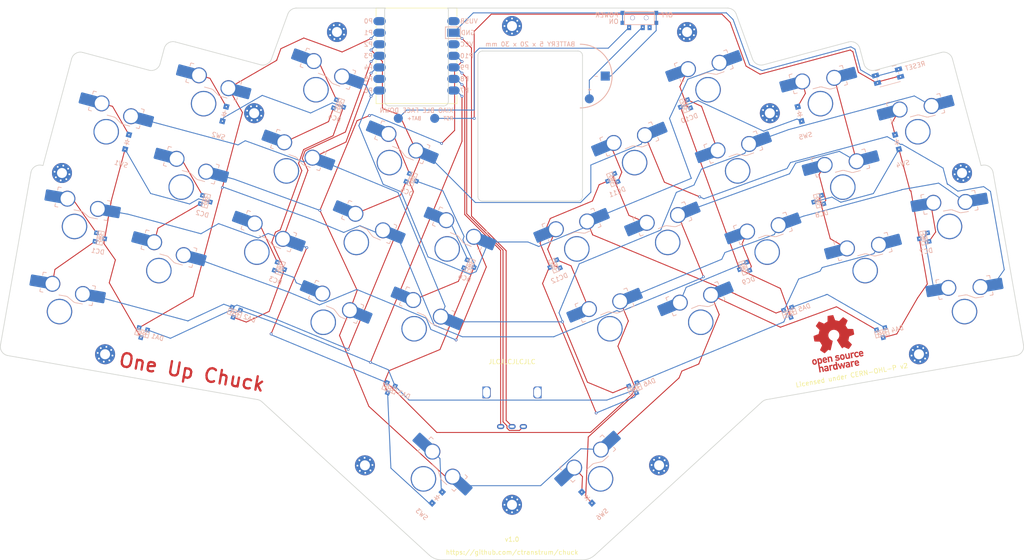
<source format=kicad_pcb>
(kicad_pcb (version 20240108) (generator "pcbnew") (generator_version "8.0")
  (title_block (title "One Up Chuck") (date "2024-12-24") (rev "v1.0") (company "chad@transtrum.net"))
  (layers (0 "F.Cu" signal) (31 "B.Cu" signal) (34 "B.Paste" user) (35 "F.Paste" user) (36 "B.SilkS" user "B.Silkscreen") (37 "F.SilkS" user "F.Silkscreen") (38 "B.Mask" user) (39 "F.Mask" user) (44 "Edge.Cuts" user))
  (net 0 "")
  (net 1 "CP1")
  (net 2 "pinky_bottom")
  (net 3 "GND")
  (net 4 "CP2")
  (net 5 "pinky_home")
  (net 6 "CP3")
  (net 7 "pinky_top")
  (net 8 "CP4")
  (net 9 "ring_bottom")
  (net 10 "CP5")
  (net 11 "ring_home")
  (net 12 "CP0")
  (net 13 "ring_top")
  (net 14 "middle_bottom")
  (net 15 "middle_home")
  (net 16 "middle_top")
  (net 17 "index_bottom")
  (net 18 "index_home")
  (net 19 "index_top")
  (net 20 "inner_bottom")
  (net 21 "inner_home")
  (net 22 "mirror_pinky_bottom")
  (net 23 "mirror_pinky_home")
  (net 24 "mirror_pinky_top")
  (net 25 "mirror_ring_bottom")
  (net 26 "mirror_ring_home")
  (net 27 "mirror_ring_top")
  (net 28 "mirror_middle_bottom")
  (net 29 "mirror_middle_home")
  (net 30 "mirror_middle_top")
  (net 31 "mirror_index_bottom")
  (net 32 "mirror_index_home")
  (net 33 "mirror_index_top")
  (net 34 "mirror_inner_bottom")
  (net 35 "mirror_inner_home")
  (net 36 "thumb_spot")
  (net 37 "mirror_thumb_spot")
  (net 38 "D_CP0")
  (net 39 "D_CP1")
  (net 40 "D_CP2")
  (net 41 "D_CP5")
  (net 42 "D_CP4")
  (net 43 "D_CP3")
  (net 44 "CP_INT")
  (net 45 "ENC_A")
  (net 46 "ENC_B")
  (net 47 "BAT+")
  (net 48 "RST")
  (net 49 "RAW")
  (footprint "E73:SPDT_C128955" (layer "F.Cu") (at 181.980215 33.379191)
    (property "Reference" "T1" (hide yes))
    (property "Value" "" (hide yes))
  )
  (footprint "MountingHole_2.2mm_M2_Pad_Via" (layer "F.Cu") (at 153.980209 140.440196)
    (property "Reference" "")
    (property "Value" "")
  )
  (footprint "MountingHole_2.2mm_M2_Pad_Via" (layer "F.Cu") (at 186.31985 131.763207 42.5)
    (property "Reference" "")
    (property "Value" "")
  )
  (footprint "MountingHole_2.2mm_M2_Pad_Via" (layer "F.Cu") (at 55.033936 67.491951 -10)
    (property "Reference" "")
    (property "Value" "")
  )
  (footprint "MountingHole_2.2mm_M2_Pad_Via" (layer "F.Cu") (at 192.46951 36.493338 20)
    (property "Reference" "")
    (property "Value" "")
  )
  (footprint "MountingHole_2.2mm_M2_Pad_Via" (layer "F.Cu") (at 252.926511 67.491944 10)
    (property "Reference" "")
    (property "Value" "")
  )
  (footprint "ceoloide:rotary_encoder_ec11_ec12" (layer "F.Cu") (at 153.980221 115.740204)
    (property "Reference" "ENC1" (hide yes))
    (property "Value" "")
  )
  (footprint "xiao-ble" (layer "F.Cu") (at 132.980217 41.729192)
    (property "Reference" "MCU1" (hide yes))
    (property "Value" "")
  )
  (footprint "MountingHole_2.2mm_M2_Pad_Via" (layer "F.Cu") (at 115.490945 36.493328 -20)
    (property "Reference" "")
    (property "Value" "")
  )
  (footprint "MountingHole_2.2mm_M2_Pad_Via" (layer "F.Cu") (at 210.672594 54.344049 20)
    (property "Reference" "")
    (property "Value" "")
  )
  (footprint "SMDPad" (layer "F.Cu") (at 136.980226 55.479191)
    (property "Reference" "PAD2" (hide yes))
    (property "Value" "" (hide yes))
  )
  (footprint "MountingHole_2.2mm_M2_Pad_Via" (layer "F.Cu") (at 243.452552 107.34251 10)
    (property "Reference" "")
    (property "Value" "")
  )
  (footprint "SMDPad" (layer "F.Cu") (at 170.980219 51.179192 -90)
    (property "Reference" "PAD3" (hide yes))
    (property "Value" "" (hide yes))
  )
  (footprint "MountingHole_2.2mm_M2_Pad_Via" (layer "F.Cu") (at 64.507891 107.342501 -10)
    (property "Reference" "")
    (property "Value" "")
  )
  (footprint "MountingHole_2.2mm_M2_Pad_Via" (layer "F.Cu") (at 121.640588 131.763214 -42.5)
    (property "Reference" "")
    (property "Value" "")
  )
  (footprint "MountingHole_2.2mm_M2_Pad_Via" (layer "F.Cu") (at 97.287856 54.344054 -20)
    (property "Reference" "")
    (property "Value" "")
  )
  (footprint "arc_guide" (layer "F.Cu") (at 168.980215 46.17919)
    (property "Reference" "ARC1" (hide yes))
    (property "Value" "" (hide yes))
  )
  (footprint "SMDPad" (layer "F.Cu") (at 128.98022 55.479187)
    (property "Reference" "PAD1" (hide yes))
    (property "Value" "" (hide yes))
  )
  (footprint "MountingHole_2.2mm_M2_Pad_Via" (layer "F.Cu") (at 153.980228 35.179193)
    (property "Reference" "")
    (property "Value" "")
  )
  (footprint "Symbol:OSHW-Logo_11.4x12mm_Copper" (layer "F.Cu") (at 225 104.7 10)
    (property "Reference" "REF**" (hide yes))
    (property "Value" "OSHW-Logo_11.4x12mm_Copper" (hide yes))
  )
  (footprint "Panasonic_EVQPUL_EVQPUC" (layer "F.Cu") (at 236.649783 46.195062 15)
    (property "Reference" "B1" (hide yes))
    (property "Value" "Panasonic_EVQPUL_EVQPUC" (hide yes))
  )
  (footprint "SMDPad" (layer "F.Cu") (at 174.480221 46.179201)
    (property "Reference" "PAD4" (hide yes))
    (property "Value" "" (hide yes))
  )
  (footprint "ComboDiode" (layer "B.Cu") (at 69.328632 60.675502 75)
    (property "Reference" "SW1" (hide yes))
    (property "Value" "" (hide yes))
  )
  (footprint "ComboDiode" (layer "B.Cu") (at 214.95733 98.278127 -160)
    (property "Reference" "DA5" (hide yes))
    (property "Value" "" (hide yes))
  )
  (footprint "ceoloide:switch_gateron_ks27_ks33" (layer "B.Cu") (at 221.793886 52.244348 -165)
    (property "Reference" "S20" (hide yes))
    (property "Value" "")
  )
  (footprint "ComboDiode" (layer "B.Cu") (at 180.954442 114.898007 -157.5)
    (property "Reference" "DA6" (hide yes))
    (property "Value" "" (hide yes))
  )
  (footprint "ceoloide:switch_gateron_ks27_ks33" (layer "B.Cu") (at 76.331424 88.949543 165)
    (property "Reference" "S4" (hide yes))
    (property "Value" "")
  )
  (footprint "ceoloide:switch_gateron_ks27_ks33" (layer "B.Cu") (at 81.248982 70.596942 165)
    (property "Reference" "S5" (hide yes))
    (property "Value" "")
  )
  (footprint "ComboDiode" (layer "B.Cu") (at 244.527791 81.767246 100)
    (property "Reference" "DC7" (hide yes))
    (property "Value" "" (hide yes))
  )
  (footprint "ComboDiode" (layer "B.Cu") (at 115.998798 52.640857 -110)
    (property "Reference" "DC4" (hide yes))
    (property "Value" "" (hide yes))
  )
  (footprint "ComboDiode" (layer "B.Cu") (at 238.631796 60.675494 105)
    (property "Reference" "SW4" (hide yes))
    (property "Value" "" (hide yes))
  )
  (footprint "ceoloide:switch_gateron_ks27_ks33" (layer "B.Cu") (at 64.75783 58.415482 165)
    (property "Reference" "S3" (hide yes))
    (property "Value" "")
  )
  (footprint "ceoloide:switch_gateron_ks27_ks33" (layer "B.Cu") (at 195.478582 100.31297 -157.5)
    (property "Reference" "S24" (hide yes))
    (property "Value" "")
  )
  (footprint "ceoloide:switch_gateron_ks27_ks33" (layer "B.Cu") (at 112.481864 100.312972 157.5)
    (property "Reference" "S10" (hide yes))
    (property "Value" "")
  )
  (footprint "ComboDiode" (layer "B.Cu") (at 93.003105 98.278123 160)
    (property "Reference" "DA2" (hide yes))
    (property "Value" "" (hide yes))
  )
  (footprint "ceoloide:switch_gateron_ks27_ks33" (layer "B.Cu") (at 168.230225 84.179003 -157.5)
    (property "Reference" "S28" (hide yes))
    (property "Value" "")
  )
  (footprint "ComboDiode" (layer "B.Cu") (at 221.304144 73.598754 105)
    (property "Reference" "DC8" (hide yes))
    (property "Value" "" (hide yes))
  )
  (footprint "ceoloide:switch_gateron_ks27_ks33" (layer "B.Cu") (at 180.936617 65.205551 -157.5)
    (property "Reference" "S26" (hide yes))
    (property "Value" "")
  )
  (footprint "ComboDiode" (layer "B.Cu") (at 86.656302 73.598755 -105)
    (property "Reference" "DC2" (hide yes))
    (property "Value" "" (hide yes))
  )
  (footprint "ComboDiode" (layer "B.Cu") (at 144.699472 87.86092 -112.5)
    (property "Reference" "DC6" (hide yes))
    (property "Value" "" (hide yes))
  )
  (footprint "ceoloide:switch_gateron_ks27_ks33" (layer "B.Cu") (at 119.752846 82.759259 157.5)
    (property "Reference" "S11" (hide yes))
    (property "Value" "")
  )
  (footprint "ceoloide:switch_gateron_ks27_ks33" (layer "B.Cu") (at 250.17616 79.248144 -170)
    (property "Reference" "S16" (hide yes))
    (property "Value" "")
  )
  (footprint "ceoloide:switch_gateron_ks27_ks33" (layer "B.Cu") (at 127.023829 65.205558 157.5)
    (property "Reference" "S12" (hide yes))
    (property "Value" "")
  )
  (footprint "ComboDiode" (layer "B.Cu") (at 217.223083 54.504387 105)
    (property "Reference" "SW5" (hide yes))
    (property "Value" "" (hide yes))
  )
  (footprint "ceoloide:switch_gateron_ks27_ks33" (layer "B.Cu") (at 139.73023 84.17902 157.5)
    (property "Reference" "S14" (hide yes))
    (property "Value" "")
  )
  (footprint "ComboDiode" (layer "B.Cu") (at 170.439038 138.855444 132.5)
    (property "Reference" "SW6" (hide yes))
    (property "Value" "" (hide yes))
  )
  (footprint "ceoloide:switch_gateron_ks27_ks33" (layer "B.Cu") (at 197.086783 49.179191 -160)
    (property "Reference" "S23" (hide yes))
    (property "Value" "")
  )
  (footprint "ceoloide:switch_gateron_ks27_ks33" (layer "B.Cu") (at 231.629035 88.949537 -165)
    (property "Reference" "S18" (hide yes))
    (property "Value" "")
  )
  (footprint "ComboDiode" (layer "B.Cu") (at 235.317197 102.713984 -165)
    (property "Reference" "DA4" (hide yes))
    (property "Value" "" (hide yes))
  )
  (footprint "ComboDiode" (layer "B.Cu") (at 72.643258 102.713987 165)
    (property "Reference" "DA1" (hide yes))
    (property "Value" "" (hide yes))
  )
  (footprint "ceoloide:switch_gateron_ks27_ks33" (layer "B.Cu") (at 203.585161 67.033343 -160)
    (property "Reference" "S22" (hide yes))
    (property "Value" "")
  )
  (footprint "ceoloide:switch_gateron_ks27_ks33" (layer "B.Cu") (at 226.711464 70.596956 -165)
    (property "Reference" "S19" (hide yes))
    (property "Value" "")
  )
  (footprint "ceoloide:switch_gateron_ks27_ks33" (layer "B.Cu") (at 110.873663 49.179193 160)
    (property "Reference" "S9" (hide yes))
    (property "Value" "")
  )
  (footprint "ceoloide:switch_gateron_ks27_ks33" (layer "B.Cu") (at 175.501208 101.732709 -157.5)
    (property "Reference" "S27" (hide yes))
    (property "Value" "")
  )
  (footprint "ceoloide:switch_gateron_ks27_ks33" (layer "B.Cu") (at 173.449817 134.740183 -137.5)
    (property "Reference" "S30" (hide yes))
    (property "Value" "")
  )
  (footprint "ceoloide:switch_gateron_ks27_ks33" (layer "B.Cu") (at 210.083547 84.887509 -160)
    (property "Reference" "S21" (hide yes))
    (property "Value" "")
  )
  (footprint "ceoloide:switch_gateron_ks27_ks33" (layer "B.Cu") (at 57.784274 79.248148 170)
    (property "Reference" "S2" (hide yes))
    (property "Value" "")
  )
  (footprint "ceoloide:switch_gateron_ks27_ks33" (layer "B.Cu") (at 54.484949 97.959501 170)
    (property "Reference" "S1" (hide yes))
    (property "Value" "")
  )
  (footprint "ComboDiode" (layer "B.Cu") (at 63.432649 81.767241 -100)
    (property "Reference" "DC1" (hide yes))
    (property "Value" "" (hide yes))
  )
  (footprint "ceoloide:switch_gateron_ks27_ks33" (layer "B.Cu") (at 104.375283 67.033357 160)
    (property "Reference" "S8" (hide yes))
    (property "Value" "")
  )
  (footprint "ComboDiode" (layer "B.Cu") (at 163.260969 87.860923 112.5)
    (property "Reference" "DC12" (hide yes))
    (property "Value" "" (hide yes))
  )
  (footprint "ComboDiode" (layer "B.Cu") (at 191.961653 52.640847 110)
    (property "Reference" "DC10" (hide yes))
    (property "Value" "" (hide yes))
  )
  (footprint "ceoloide:switch_gateron_ks27_ks33" (layer "B.Cu") (at 188.207592 82.759253 -157.5)
    (property "Reference" "S25" (hide yes))
    (property "Value" "")
  )
  (footprint "ComboDiode" (layer "B.Cu") (at 103.002026 88.349173 -110)
    (property "Reference" "DC3" (hide yes))
    (property "Value" "" (hide yes))
  )
  (footprint "ComboDiode" (layer "B.Cu") (at 204.958423 88.349168 110)
    (property "Reference" "DC9" (hide yes))
    (property "Value" "" (hide yes))
  )
  (footprint "ComboDiode" (layer "B.Cu") (at 131.993094 68.887466 -112.5)
    (property "Reference" "DC5" (hide yes))
    (property "Value" "" (hide yes))
  )
  (footprint "ceoloide:switch_gateron_ks27_ks33" (layer "B.Cu") (at 132.459245 101.732729 157.5)
    (property "Reference" "S13" (hide yes))
    (property "Value" "")
  )
  (footprint "ceoloide:switch_gateron_ks27_ks33" (layer "B.Cu") (at 86.166553 52.244345 165)
    (property "Reference" "S6" (hide yes))
    (property "Value" "")
  )
  (footprint "ceoloide:switch_gateron_ks27_ks33" (layer "B.Cu") (at 253.47548 97.959487 -170)
    (property "Reference" "S15" (hide yes))
    (property "Value" "")
  )
  (footprint "ComboDiode" (layer "B.Cu") (at 137.521421 138.855435 47.5)
    (property "Reference" "SW3" (hide yes))
    (property "Value" "" (hide yes))
  )
  (footprint "ComboDiode" (layer "B.Cu") (at 127.00599 114.898007 157.5)
    (property "Reference" "DA3" (hide yes))
    (property "Value" "" (hide yes))
  )
  (footprint "ceoloide:switch_gateron_ks27_ks33" (layer "B.Cu") (at 97.876881 84.887507 160)
    (property "Reference" "S7" (hide yes))
    (property "Value" "")
  )
  (footprint "ComboDiode" (layer "B.Cu") (at 175.967355 68.887472 112.5)
    (property "Reference" "DC11" (hide yes))
    (property "Value" "" (hide yes))
  )
  (footprint "ceoloide:switch_gateron_ks27_ks33" (layer "B.Cu") (at 134.510623 134.740199 137.5)
    (property "Reference" "S29" (hide yes))
    (property "Value" "")
  )
  (footprint "ComboDiode" (layer "B.Cu") (at 90.737355 54.50438 75)
    (property "Reference" "SW2" (hide yes))
    (property "Value" "" (hide yes))
  )
  (footprint "ceoloide:switch_gateron_ks27_ks33" (layer "B.Cu") (at 243.202614 58.415469 -165)
    (property "Reference" "S17" (hide yes))
    (property "Value" "")
  )
  (gr_arc (start 147.480221 73.679192) (mid 146.773104 73.386292) (end 146.480227 72.679186) (stroke (width 0.15)) (layer "Edge.Cuts"))
  (gr_arc (start 201.480214 31.245891) (mid 202.577772 31.630165) (end 203.275959 32.560109) (stroke (width 0.15)) (layer "Edge.Cuts"))
  (gr_line (start 169.480225 72.67919) (end 169.480217 41.679193) (stroke (width 0.15)) (layer "Edge.Cuts"))
  (gr_line (start 50.512379 65.780787) (end 50.862104 65.842457) (stroke (width 0.15)) (layer "Edge.Cuts"))
  (gr_line (start 138.68616 152.540192) (end 169.27427 152.540189) (stroke (width 0.15)) (layer "Edge.Cuts"))
  (gr_line (start 209.956884 117.310409) (end 264.828111 107.635124) (stroke (width 0.15)) (layer "Edge.Cuts"))
  (gr_arc (start 126.980219 52.729192) (mid 126.273169 52.436256) (end 125.980213 51.729187) (stroke (width 0.15)) (layer "Edge.Cuts"))
  (gr_arc (start 98.003545 117.310396) (mid 98.540835 117.48626) (end 99.007442 117.805453) (stroke (width 0.15)) (layer "Edge.Cuts"))
  (gr_line (start 259.764971 67.403126) (end 263.150998 86.606244) (stroke (width 0.15)) (layer "Edge.Cuts"))
  (gr_arc (start 139.980215 51.729198) (mid 139.687299 52.436287) (end 138.980209 52.729193) (stroke (width 0.15)) (layer "Edge.Cuts"))
  (gr_line (start 126.114201 31.229194) (end 106.480212 31.229192) (stroke (width 0.15)) (layer "Edge.Cuts"))
  (gr_line (start 257.098351 65.842465) (end 257.448068 65.780798) (stroke (width 0.15)) (layer "Edge.Cuts"))
  (gr_line (start 99.007442 117.805453) (end 135.772985 151.494865) (stroke (width 0.15)) (layer "Edge.Cuts"))
  (gr_line (start 125.980213 31.729188) (end 125.980213 51.729187) (stroke (width 0.15)) (layer "Edge.Cuts"))
  (gr_line (start 147.480221 73.679192) (end 168.480227 73.679185) (stroke (width 0.15)) (layer "Edge.Cuts"))
  (gr_arc (start 168.480224 40.67919) (mid 169.187388 40.972045) (end 169.480217 41.679193) (stroke (width 0.15)) (layer "Edge.Cuts"))
  (gr_line (start 139.980215 51.729198) (end 139.980227 31.729186) (stroke (width 0.15)) (layer "Edge.Cuts"))
  (gr_arc (start 43.132326 107.635117) (mid 41.841344 106.812645) (end 41.510011 105.3182) (stroke (width 0.15)) (layer "Edge.Cuts"))
  (gr_line (start 59.59322 40.984856) (end 74.161346 44.888358) (stroke (width 0.15)) (layer "Edge.Cuts"))
  (gr_arc (start 101.086196 42.4463) (mid 100.130329 43.536302) (end 98.689172 43.694101) (stroke (width 0.15)) (layer "Edge.Cuts"))
  (gr_line (start 146.480236 41.67918) (end 146.480227 72.679186) (stroke (width 0.15)) (layer "Edge.Cuts"))
  (gr_line (start 250.816716 42.399059) (end 257.098351 65.842465) (stroke (width 0.15)) (layer "Edge.Cuts"))
  (gr_line (start 201.480237 31.229192) (end 139.846247 31.229195) (stroke (width 0.15)) (layer "Edge.Cuts"))
  (gr_arc (start 257.448068 65.780798) (mid 258.942511 66.11212) (end 259.764971 67.403126) (stroke (width 0.15)) (layer "Edge.Cuts"))
  (gr_arc (start 77.517171 40.091646) (mid 78.449017 38.877238) (end 79.966669 38.677433) (stroke (width 0.15)) (layer "Edge.Cuts"))
  (gr_arc (start 138.68616 152.540192) (mid 137.124367 152.310711) (end 135.772985 151.494865) (stroke (width 0.15)) (layer "Edge.Cuts"))
  (gr_line (start 43.132326 107.635117) (end 98.003545 117.310396) (stroke (width 0.15)) (layer "Edge.Cuts"))
  (gr_line (start 172.187466 151.494868) (end 208.952994 117.805464) (stroke (width 0.15)) (layer "Edge.Cuts"))
  (gr_line (start 203.275959 32.560109) (end 206.874251 42.446297) (stroke (width 0.15)) (layer "Edge.Cuts"))
  (gr_arc (start 266.450435 105.318205) (mid 266.119133 106.812666) (end 264.828111 107.635124) (stroke (width 0.15)) (layer "Edge.Cuts"))
  (gr_line (start 209.271277 43.694104) (end 227.993784 38.677439) (stroke (width 0.15)) (layer "Edge.Cuts"))
  (gr_arc (start 248.367214 40.984857) (mid 249.884846 41.184659) (end 250.816711 42.399058) (stroke (width 0.15)) (layer "Edge.Cuts"))
  (gr_arc (start 263.15112 86.606859) (mid 263.151048 86.606554) (end 263.150998 86.606244) (stroke (width 0.15)) (layer "Edge.Cuts"))
  (gr_arc (start 139.846247 31.229195) (mid 139.946166 31.470369) (end 139.980227 31.729186) (stroke (width 0.15)) (layer "Edge.Cuts"))
  (gr_line (start 106.480212 31.229192) (end 106.48022 31.245893) (stroke (width 0.15)) (layer "Edge.Cuts"))
  (gr_line (start 233.799089 44.88836) (end 248.367214 40.984857) (stroke (width 0.15)) (layer "Edge.Cuts"))
  (gr_arc (start 208.952994 117.805464) (mid 209.419598 117.486272) (end 209.956884 117.310409) (stroke (width 0.15)) (layer "Edge.Cuts"))
  (gr_line (start 168.480224 40.67919) (end 147.480221 40.679188) (stroke (width 0.15)) (layer "Edge.Cuts"))
  (gr_arc (start 233.799089 44.88836) (mid 232.281452 44.688562) (end 231.349602 43.474148) (stroke (width 0.15)) (layer "Edge.Cuts"))
  (gr_arc (start 76.610831 43.474139) (mid 75.678987 44.688584) (end 74.161346 44.888358) (stroke (width 0.15)) (layer "Edge.Cuts"))
  (gr_line (start 41.510011 105.3182) (end 44.809338 86.606868) (stroke (width 0.15)) (layer "Edge.Cuts"))
  (gr_line (start 231.349602 43.474148) (end 230.443276 40.091649) (stroke (width 0.15)) (layer "Edge.Cuts"))
  (gr_arc (start 169.480225 72.67919) (mid 169.187309 73.386248) (end 168.480227 73.679185) (stroke (width 0.15)) (layer "Edge.Cuts"))
  (gr_arc (start 172.187466 151.494868) (mid 170.836074 152.310721) (end 169.27427 152.540189) (stroke (width 0.15)) (layer "Edge.Cuts"))
  (gr_line (start 50.862104 65.842457) (end 57.143749 42.399059) (stroke (width 0.15)) (layer "Edge.Cuts"))
  (gr_line (start 79.966669 38.677433) (end 98.689172 43.694101) (stroke (width 0.15)) (layer "Edge.Cuts"))
  (gr_arc (start 48.195471 67.403115) (mid 49.017937 66.112139) (end 50.512379 65.780787) (stroke (width 0.15)) (layer "Edge.Cuts"))
  (gr_arc (start 44.809432 86.606238) (mid 44.809393 86.606554) (end 44.809338 86.606868) (stroke (width 0.15)) (layer "Edge.Cuts"))
  (gr_arc (start 57.143744 42.399052) (mid 58.075599 41.184689) (end 59.59322 40.984856) (stroke (width 0.15)) (layer "Edge.Cuts"))
  (gr_line (start 44.809432 86.606238) (end 48.195471 67.403115) (stroke (width 0.15)) (layer "Edge.Cuts"))
  (gr_arc (start 146.480236 41.67918) (mid 146.77314 40.972105) (end 147.480221 40.679188) (stroke (width 0.15)) (layer "Edge.Cuts"))
  (gr_arc (start 209.271277 43.694104) (mid 207.830143 43.536271) (end 206.874251 42.446297) (stroke (width 0.15)) (layer "Edge.Cuts"))
  (gr_line (start 77.517171 40.091646) (end 76.610831 43.474139) (stroke (width 0.15)) (layer "Edge.Cuts"))
  (gr_line (start 201.480214 31.245891) (end 201.480237 31.229192) (stroke (width 0.15)) (layer "Edge.Cuts"))
  (gr_line (start 126.980219 52.729192) (end 138.980209 52.729193) (stroke (width 0.15)) (layer "Edge.Cuts"))
  (gr_arc (start 227.993784 38.677439) (mid 229.511423 38.877228) (end 230.443276 40.091649) (stroke (width 0.15)) (layer "Edge.Cuts"))
  (gr_arc (start 104.684464 32.560102) (mid 105.382695 31.630188) (end 106.48022 31.245893) (stroke (width 0.15)) (layer "Edge.Cuts"))
  (gr_line (start 263.151117 86.606865) (end 266.450435 105.318205) (stroke (width 0.15)) (layer "Edge.Cuts"))
  (gr_line (start 101.086196 42.4463) (end 104.684464 32.560102) (stroke (width 0.15)) (layer "Edge.Cuts"))
  (gr_arc (start 125.980213 31.729188) (mid 126.014281 31.470367) (end 126.114201 31.229194) (stroke (width 0.15)) (layer "Edge.Cuts"))
  (gr_text "One Up Chuck" (at 67.362468 108.429714 -10) (layer "F.Cu") (effects (font (size 3 3) (thickness 0.5)) (justify left)))
  (gr_text "XIAO BLE FACE DOWN" (at 132.980222 53.72918 0) (layer "B.SilkS") (effects (font (size 1 1) (thickness 0.153)) (justify mirror)))
  (gr_text "POWER" (at 177.48022 32.77919 0) (layer "B.SilkS") (effects (font (size 1 1) (thickness 0.153)) (justify left mirror)))
  (gr_text "ON" (at 177.480226 34.179195 0) (layer "B.SilkS") (effects (font (size 1 1) (thickness 0.153)) (justify left mirror)))
  (gr_text "OFF" (at 186.48022 32.779194 0) (layer "B.SilkS") (effects (font (size 1 1) (thickness 0.153)) (justify right mirror)))
  (gr_text "RESET" (at 240.358211 44.580237 15) (layer "B.SilkS") (effects (font (size 1 1) (thickness 0.153)) (justify right mirror)))
  (gr_text "BATTERY 5 x 20 x 30 mm" (at 157.980224 39.179191 0) (layer "B.SilkS") (effects (font (size 1 1) (thickness 0.153)) (justify mirror)))
  (gr_text "JLCJLCJLCJLC" (at 153.980225 108.990194 0) (layer "F.SilkS") (effects (font (size 1 1) (thickness 0.153))))
  (gr_text "v1.0" (at 153.980225 148.040192 0) (layer "F.SilkS") (effects (font (size 1 1) (thickness 0.153))))
  (gr_text "https://github.com/ctranstrum/chuck" (at 153.980215 150.890201 0) (layer "F.SilkS") (effects (font (size 1 1) (thickness 0.153))))
  (gr_text "Licensed under CERN-OHL-P v2" (at 241.091635 109.789637 10) (layer "F.SilkS") (effects (font (size 1 1) (thickness 0.153)) (justify right)))
  (segment (start 129.2139 54.676451) (end 125.683923 53.391647) (width 0.2) (layer "F.Cu") (net 1))
  (segment (start 131.501141 69.653239) (end 133.666049 64.426681) (width 0.2) (layer "F.Cu") (net 1))
  (segment (start 125.483918 48.891648) (end 125.483912 53.191658) (width 0.2) (layer "F.Cu") (net 1))
  (segment (start 133.666049 64.426681) (end 132.887524 62.547122) (width 0.2) (layer "F.Cu") (net 1))
  (segment (start 132.765964 62.293887) (end 129.2139 54.676451) (width 0.2) (layer "F.Cu") (net 1))
  (segment (start 125.483933 42.96289) (end 125.483918 48.891648) (width 0.2) (layer "F.Cu") (net 1))
  (segment (start 117.962306 106.258567) (end 132.312938 71.613089) (width 0.2) (layer "F.Cu") (net 1))
  (segment (start 132.312938 71.613089) (end 131.501141 69.653239) (width 0.2) (layer "F.Cu") (net 1))
  (segment (start 125.483912 53.191658) (end 125.683923 53.391647) (width 0.2) (layer "F.Cu") (net 1))
  (segment (start 187.484196 69.515067) (end 195.252317 72.732726) (width 0.2) (layer "F.Cu") (net 1))
  (segment (start 122.980215 40.459192) (end 125.483933 42.96289) (width 0.2) (layer "F.Cu") (net 1))
  (segment (start 183.203069 59.179514) (end 187.484196 69.515067) (width 0.2) (layer "F.Cu") (net 1))
  (via (at 195.252317 72.732726) (size 0.6) (drill 0.3) (layers "F.Cu" "B.Cu") (net 1))
  (via (at 117.962306 106.258567) (size 0.6) (drill 0.3) (layers "F.Cu" "B.Cu") (net 1))
  (segment (start 196.162861 73.157322) (end 214.443447 66.503733) (width 0.2) (layer "B.Cu") (net 1))
  (segment (start 102.259961 99.715926) (end 117.943057 106.212072) (width 0.2) (layer "B.Cu") (net 1))
  (segment (start 169.056363 73.981265) (end 171.308377 71.72925) (width 0.2) (layer "B.Cu") (net 1))
  (segment (start 82.752287 99.988531) (end 82.761486 99.99188) (width 0.2) (layer "B.Cu") (net 1))
  (segment (start 262.211412 88.750213) (end 259.897669 92.054578) (width 0.2) (layer "B.Cu") (net 1))
  (segment (start 182.39168 61.138387) (end 183.203069 59.179512) (width 0.2) (layer "B.Cu") (net 1))
  (segment (start 124.250224 39.18918) (end 122.980213 40.459188) (width 0.2) (layer "B.Cu") (net 1))
  (segment (start 62.539439 94.607214) (end 82.711246 100.012228) (width 0.2) (layer "B.Cu") (net 1))
  (segment (start 239.463041 61.229216) (end 239.695247 61.166999) (width 0.2) (layer "B.Cu") (net 1))
  (segment (start 195.252317 72.732726) (end 196.162861 73.157322) (width 0.2) (layer "B.Cu") (net 1))
  (segment (start 239.695247 61.166999) (end 248.750493 66.395046) (width 0.2) (layer "B.Cu") (net 1))
  (segment (start 249.679362 69.861646) (end 251.99627 71.483956) (width 0.2) (layer "B.Cu") (net 1))
  (segment (start 251.99627 71.483956) (end 257.670435 70.483458) (width 0.2) (layer "B.Cu") (net 1))
  (segment (start 249.679362 69.861646) (end 249.718578 70.007995) (width 0.2) (layer "B.Cu") (net 1))
  (segment (start 257.670435 70.483458) (end 259.176429 71.537963) (width 0.2) (layer "B.Cu") (net 1))
  (segment (start 236.460189 59.495525) (end 239.463041 61.229216) (width 0.2) (layer "B.Cu") (net 1))
  (segment (start 259.176429 71.537963) (end 262.211412 88.750213) (width 0.2) (layer "B.Cu") (net 1))
  (segment (start 92.452418 97.013513) (end 93.496956 96.526442) (width 0.2) (layer "B.Cu") (net 1))
  (segment (start 214.443447 66.503733) (end 215.200799 65.191962) (width 0.2) (layer "B.Cu") (net 1))
  (segment (start 124.860224 39.189189) (end 124.250224 39.18918) (width 0.2) (layer "B.Cu") (net 1))
  (segment (start 82.711246 100.012228) (end 82.752287 99.988531) (width 0.2) (layer "B.Cu") (net 1))
  (segment (start 90.596898 96.338176) (end 92.452418 97.013513) (width 0.2) (layer "B.Cu") (net 1))
  (segment (start 93.496956 96.526442) (end 102.259961 99.715926) (width 0.2) (layer "B.Cu") (net 1))
  (segment (start 135.612965 63.676046) (end 145.918175 73.981264) (width 0.2) (layer "B.Cu") (net 1))
  (segment (start 117.943057 106.212072) (end 117.962306 106.258567) (width 0.2) (layer "B.Cu") (net 1))
  (segment (start 171.308377 71.72925) (end 171.308382 65.729245) (width 0.2) (layer "B.Cu") (net 1))
  (segment (start 215.200799 65.191962) (end 236.460189 59.495525) (width 0.2) (layer "B.Cu") (net 1))
  (segment (start 171.308382 65.729245) (end 182.39168 61.138387) (width 0.2) (layer "B.Cu") (net 1))
  (segment (start 248.750493 66.395046) (end 249.679362 69.861646) (width 0.2) (layer "B.Cu") (net 1))
  (segment (start 145.918175 73.981264) (end 169.056363 73.981265) (width 0.2) (layer "B.Cu") (net 1))
  (segment (start 82.761486 99.99188) (end 90.596898 96.338176) (width 0.2) (layer "B.Cu") (net 1))
  (segment (start 53.478622 88.693978) (end 62.282885 82.529163) (width 0.2) (layer "F.Cu") (net 2))
  (segment (start 52.922937 91.845369) (end 53.478622 88.693978) (width 0.2) (layer "F.Cu") (net 2))
  (segment (start 145.069573 40.008555) (end 145.069575 76.965745) (width 0.2) (layer "F.Cu") (net 3))
  (segment (start 145.069575 76.965745) (end 152.699824 84.595998) (width 0.2) (layer "F.Cu") (net 3))
  (segment (start 153.980222 123.173915) (end 153.980222 123.240202) (width 0.2) (layer "F.Cu") (net 3))
  (segment (start 152.69982 121.893516) (end 153.980222 123.173915) (width 0.2) (layer "F.Cu") (net 3))
  (segment (start 152.699824 84.595998) (end 152.69982 121.893516) (width 0.2) (layer "F.Cu") (net 3))
  (segment (start 142.980208 37.919193) (end 145.069573 40.008555) (width 0.2) (layer "F.Cu") (net 3))
  (segment (start 201.069568 32.27919) (end 201.091957 32.256795) (width 0.2) (layer "B.Cu") (net 3))
  (segment (start 229.399685 40.273442) (end 230.616141 44.813292) (width 0.2) (layer "B.Cu") (net 3))
  (segment (start 185.680224 34.479194) (end 185.680226 32.27919) (width 0.2) (layer "B.Cu") (net 3))
  (segment (start 233.894232 46.053426) (end 234.144081 46.197674) (width 0.2) (layer "B.Cu") (net 3))
  (segment (start 201.091957 32.256795) (end 202.591963 33.756802) (width 0.2) (layer "B.Cu") (net 3))
  (segment (start 228.480886 39.742982) (end 229.399685 40.273442) (width 0.2) (layer "B.Cu") (net 3))
  (segment (start 141.710223 36.649186) (end 142.980215 37.919189) (width 0.2) (layer "B.Cu") (net 3))
  (segment (start 206.915735 44.015564) (end 208.966479 44.971844) (width 0.2) (layer "B.Cu") (net 3))
  (segment (start 178.280223 34.479184) (end 178.280226 32.279186) (width 0.2) (layer "B.Cu") (net 3))
  (segment (start 234.144081 46.197674) (end 238.821093 44.944472) (width 0.2) (layer "B.Cu") (net 3))
  (segment (start 230.616141 44.813292) (end 233.122341 46.260254) (width 0.2) (layer "B.Cu") (net 3))
  (segment (start 141.100217 36.649194) (end 145.470224 32.279178) (width 0.2) (layer "B.Cu") (net 3))
  (segment (start 174.480221 46.179201) (end 175.680221 46.179196) (width 0.2) (layer "B.Cu") (net 3))
  (segment (start 175.680221 46.179196) (end 185.680222 36.179198) (width 0.2) (layer "B.Cu") (net 3))
  (segment (start 178.280226 32.279186) (end 185.680226 32.27919) (width 0.2) (layer "B.Cu") (net 3))
  (segment (start 185.680226 32.27919) (end 201.069568 32.27919) (width 0.2) (layer "B.Cu") (net 3))
  (segment (start 145.470224 32.279178) (end 178.280226 32.279186) (width 0.2) (layer "B.Cu") (net 3))
  (segment (start 141.100225 36.649187) (end 141.710223 36.649186) (width 0.2) (layer "B.Cu") (net 3))
  (segment (start 233.122341 46.260254) (end 233.894232 46.053426) (width 0.2) (layer "B.Cu") (net 3))
  (segment (start 206.205253 43.684268) (end 206.915735 44.015564) (width 0.2) (layer "B.Cu") (net 3))
  (segment (start 185.680222 36.179198) (end 185.680224 34.479194) (width 0.2) (layer "B.Cu") (net 3))
  (segment (start 208.966479 44.971844) (end 228.480886 39.742982) (width 0.2) (layer "B.Cu") (net 3))
  (segment (start 202.591963 33.756802) (end 206.205253 43.684268) (width 0.2) (layer "B.Cu") (net 3))
  (segment (start 238.821093 44.944472) (end 238.965343 44.694631) (width 0.2) (layer "B.Cu") (net 3))
  (segment (start 138.112431 124.537658) (end 137.438076 124.537652) (width 0.2) (layer "F.Cu") (net 4))
  (segment (start 181.0448 114.715784) (end 180.489734 116.055851) (width 0.2) (layer "F.Cu") (net 4))
  (segment (start 180.489734 116.055851) (end 171.333294 124.446178) (width 0.2) (layer "F.Cu") (net 4))
  (segment (start 137.438076 124.537652) (end 126.510996 113.610566) (width 0.2) (layer "F.Cu") (net 4))
  (segment (start 108.860254 83.920797) (end 101.01651 102.857289) (width 0.2) (layer "F.Cu") (net 4))
  (segment (start 117.341649 58.491052) (end 108.481473 62.622616) (width 0.2) (layer "F.Cu") (net 4))
  (segment (start 107.877075 64.283236) (end 109.102302 66.910734) (width 0.2) (layer "F.Cu") (net 4))
  (segment (start 171.112437 124.537658) (end 138.112431 124.537658) (width 0.2) (layer "F.Cu") (net 4))
  (segment (start 108.481473 62.622616) (end 107.877075 64.283236) (width 0.2) (layer "F.Cu") (net 4))
  (segment (start 177.261834 105.582893) (end 181.0448 114.715784) (width 0.2) (layer "F.Cu") (net 4))
  (segment (start 177.767668 95.706667) (end 179.560184 100.034175) (width 0.2) (layer "F.Cu") (net 4))
  (segment (start 179.560184 100.034175) (end 177.261834 105.582893) (width 0.2) (layer "F.Cu") (net 4))
  (segment (start 122.980226 42.999184) (end 117.341649 58.491052) (width 0.2) (layer "F.Cu") (net 4))
  (segment (start 171.333294 124.446178) (end 171.112437 124.537658) (width 0.2) (layer "F.Cu") (net 4))
  (segment (start 109.102302 66.910734) (end 103.619046 81.975844) (width 0.2) (layer "F.Cu") (net 4))
  (via (at 108.860254 83.920797) (size 0.6) (drill 0.3) (layers "F.Cu" "B.Cu") (net 4))
  (via (at 101.01651 102.857289) (size 0.6) (drill 0.3) (layers "F.Cu" "B.Cu") (net 4))
  (segment (start 239.671088 71.147296) (end 247.782755 69.716987) (width 0.2) (layer "B.Cu") (net 4))
  (segment (start 89.45422 78.618079) (end 98.188671 81.797157) (width 0.2) (layer "B.Cu") (net 4))
  (segment (start 200.102933 86.455101) (end 200.795921 84.968974) (width 0.2) (layer "B.Cu") (net 4))
  (segment (start 239.640653 71.200018) (end 239.671088 71.147296) (width 0.2) (layer "B.Cu") (net 4))
  (segment (start 211.654419 81.016803) (end 212.610699 78.966064) (width 0.2) (layer "B.Cu") (net 4))
  (segment (start 100.353982 80.787461) (end 103.619034 81.975855) (width 0.2) (layer "B.Cu") (net 4))
  (segment (start 108.839306 83.875882) (end 108.860254 83.920797) (width 0.2) (layer "B.Cu") (net 4))
  (segment (start 218.061538 76.982124) (end 239.585633 71.21476) (width 0.2) (layer "B.Cu") (net 4))
  (segment (start 215.3828 77.957101) (end 218.061538 76.982124) (width 0.2) (layer "B.Cu") (net 4))
  (segment (start 106.391127 82.984804) (end 108.839306 83.875882) (width 0.2) (layer "B.Cu") (net 4))
  (segment (start 85.591151 80.848425) (end 89.45422 78.618079) (width 0.2) (layer "B.Cu") (net 4))
  (segment (start 200.795921 84.968974) (end 211.654419 81.016803) (width 0.2) (layer "B.Cu") (net 4))
  (segment (start 124.250224 41.729192) (end 122.980231 42.999193) (width 0.2) (layer "B.Cu") (net 4))
  (segment (start 65.838755 75.895855) (end 69.550464 76.55033) (width 0.2) (layer "B.Cu") (net 4))
  (segment (start 247.782755 69.716987) (end 253.693166 73.855504) (width 0.2) (layer "B.Cu") (net 4))
  (segment (start 101.113077 103.090407) (end 126.510987 113.610582) (width 0.2) (layer "B.Cu") (net 4))
  (segment (start 69.550464 76.55033) (end 85.591151 80.848425) (width 0.2) (layer "B.Cu") (net 4))
  (segment (start 101.01651 102.857289) (end 101.113077 103.090407) (width 0.2) (layer "B.Cu") (net 4))
  (segment (start 180.49312 94.577753) (end 200.102933 86.455101) (width 0.2) (layer "B.Cu") (net 4))
  (segment (start 124.860213 41.729188) (end 124.250224 41.729192) (width 0.2) (layer "B.Cu") (net 4))
  (segment (start 98.188671 81.797157) (end 100.353982 80.787461) (width 0.2) (layer "B.Cu") (net 4))
  (segment (start 57.502495 73.359757) (end 56.222256 73.134009) (width 0.2) (layer "F.Cu") (net 5))
  (segment (start 62.612799 80.658027) (end 57.502495 73.359757) (width 0.2) (layer "F.Cu") (net 5))
  (segment (start 117.463549 60.696131) (end 110.117425 64.121685) (width 0.2) (layer "F.Cu") (net 6))
  (segment (start 176.144524 115.807952) (end 179.694078 114.337679) (width 0.2) (layer "F.Cu") (net 6))
  (segment (start 122.980227 45.539182) (end 117.463549 60.696131) (width 0.2) (layer "F.Cu") (net 6))
  (segment (start 165.060306 100.222071) (end 170.557635 113.493785) (width 0.2) (layer "F.Cu") (net 6))
  (segment (start 170.557635 113.493785) (end 176.144524 115.807952) (width 0.2) (layer "F.Cu") (net 6))
  (via (at 165.060306 100.222071) (size 0.6) (drill 0.3) (layers "F.Cu" "B.Cu") (net 6))
  (segment (start 165.096272 100.135242) (end 165.060306 100.222071) (width 0.2) (layer "B.Cu") (net 6))
  (segment (start 112.889523 65.130645) (end 128.905012 71.764469) (width 0.2) (layer "B.Cu") (net 6))
  (segment (start 95.328536 60.394363) (end 108.123623 65.051403) (width 0.2) (layer "B.Cu") (net 6))
  (segment (start 214.846495 57.932925) (end 214.85384 57.93634) (width 0.2) (layer "B.Cu") (net 6))
  (segment (start 242.439527 50.544784) (end 246.236231 52.736811) (width 0.2) (layer "B.Cu") (net 6))
  (segment (start 193.991672 70.144884) (end 195.63093 66.629508) (width 0.2) (layer "B.Cu") (net 6))
  (segment (start 139.27001 96.78781) (end 138.322912 99.074295) (width 0.2) (layer "B.Cu") (net 6))
  (segment (start 124.250218 44.269192) (end 122.980225 45.539187) (width 0.2) (layer "B.Cu") (net 6))
  (segment (start 168.767431 87.45622) (end 186.679825 80.036659) (width 0.2) (layer "B.Cu") (net 6))
  (segment (start 128.905012 71.764469) (end 139.27001 96.78781) (width 0.2) (layer "B.Cu") (net 6))
  (segment (start 190.111383 71.752158) (end 193.991672 70.144884) (width 0.2) (layer "B.Cu") (net 6))
  (segment (start 165.041458 100.203217) (end 165.060306 100.222071) (width 0.2) (layer "B.Cu") (net 6))
  (segment (start 164.30594 98.227207) (end 165.096272 100.135242) (width 0.2) (layer "B.Cu") (net 6))
  (segment (start 208.884419 60.102941) (end 214.846495 57.932925) (width 0.2) (layer "B.Cu") (net 6))
  (segment (start 214.85384 57.93634) (end 242.439527 50.544784) (width 0.2) (layer "B.Cu") (net 6))
  (segment (start 205.156043 63.162638) (end 206.112322 61.111906) (width 0.2) (layer "B.Cu") (net 6))
  (segment (start 186.679825 80.036659) (end 190.111383 71.752158) (width 0.2) (layer "B.Cu") (net 6))
  (segment (start 165.224524 96.009561) (end 168.767431 87.45622) (width 0.2) (layer "B.Cu") (net 6))
  (segment (start 108.123623 65.051403) (end 110.117424 64.121683) (width 0.2) (layer "B.Cu") (net 6))
  (segment (start 164.575091 97.577428) (end 165.224524 96.009561) (width 0.2) (layer "B.Cu") (net 6))
  (segment (start 73.073826 55.777945) (end 93.735378 61.314177) (width 0.2) (layer "B.Cu") (net 6))
  (segment (start 164.30594 98.227207) (end 164.575091 97.577428) (width 0.2) (layer "B.Cu") (net 6))
  (segment (start 93.735378 61.314177) (end 95.328536 60.394363) (width 0.2) (layer "B.Cu") (net 6))
  (segment (start 141.04837 100.203214) (end 165.041458 100.203217) (width 0.2) (layer "B.Cu") (net 6))
  (segment (start 124.860224 44.269202) (end 124.250218 44.269192) (width 0.2) (layer "B.Cu") (net 6))
  (segment (start 195.63093 66.629508) (end 205.156043 63.162638) (width 0.2) (layer "B.Cu") (net 6))
  (segment (start 66.149452 52.835521) (end 69.755686 59.081713) (width 0.2) (layer "F.Cu") (net 7))
  (segment (start 63.734632 52.188468) (end 66.149452 52.835521) (width 0.2) (layer "F.Cu") (net 7))
  (segment (start 203.2112 94.172085) (end 212.02405 98.281584) (width 0.2) (layer "F.Cu") (net 8))
  (segment (start 171.715154 81.094628) (end 203.19776 94.135151) (width 0.2) (layer "F.Cu") (net 8))
  (segment (start 212.02405 98.281584) (end 213.722602 97.663359) (width 0.2) (layer "F.Cu") (net 8))
  (segment (start 203.19776 94.135151) (end 203.2112 94.172085) (width 0.2) (layer "F.Cu") (net 8))
  (segment (start 171.608559 80.837266) (end 171.715154 81.094628) (width 0.2) (layer "F.Cu") (net 8))
  (segment (start 170.496685 78.152965) (end 171.608559 80.837266) (width 0.2) (layer "F.Cu") (net 8))
  (segment (start 148.337305 88.143737) (end 145.593898 81.520584) (width 0.2) (layer "F.Cu") (net 8))
  (segment (start 141.686682 104.199743) (end 148.337305 88.143737) (width 0.2) (layer "F.Cu") (net 8))
  (via (at 141.686682 104.199743) (size 0.6) (drill 0.3) (layers "F.Cu" "B.Cu") (net 8))
  (segment (start 144.697362 89.754221) (end 135.515323 85.950899) (width 0.2) (layer "B.Cu") (net 8))
  (segment (start 188.607076 55.484558) (end 192.626356 46.865193) (width 0.2) (layer "B.Cu") (net 8))
  (segment (start 124.860212 49.349191) (end 124.250225 49.34919) (width 0.2) (layer "B.Cu") (net 8))
  (segment (start 193.386273 68.671785) (end 193.397216 68.645354) (width 0.2) (layer "B.Cu") (net 8))
  (segment (start 221.703603 89.082268) (end 222.169806 88.27478) (width 0.2) (layer "B.Cu") (net 8))
  (segment (start 119.839058 93.093609) (end 135.115134 99.421168) (width 0.2) (layer "B.Cu") (net 8))
  (segment (start 173.222132 77.02405) (end 193.386273 68.671785) (width 0.2) (layer "B.Cu") (net 8))
  (segment (start 119.387891 47.276485) (end 121.837184 48.167956) (width 0.2) (layer "B.Cu") (net 8))
  (segment (start 104.76296 93.633454) (end 111.649353 96.485907) (width 0.2) (layer "B.Cu") (net 8))
  (segment (start 192.626356 46.865193) (end 199.016269 44.53946) (width 0.2) (layer "B.Cu") (net 8))
  (segment (start 135.115134 99.421168) (end 136.143412 101.903642) (width 0.2) (layer "B.Cu") (net 8))
  (segment (start 213.817197 97.628926) (end 217.005141 90.792367) (width 0.2) (layer "B.Cu") (net 8))
  (segment (start 222.169806 88.27478) (end 233.53129 85.230478) (width 0.2) (layer "B.Cu") (net 8))
  (segment (start 169.955481 79.459531) (end 170.496685 78.152965) (width 0.2) (layer "B.Cu") (net 8))
  (segment (start 159.85711 83.642412) (end 169.955481 79.459531) (width 0.2) (layer "B.Cu") (net 8))
  (segment (start 125.646872 69.981958) (end 120.303381 57.081658) (width 0.2) (layer "B.Cu") (net 8))
  (segment (start 129.574657 71.608896) (end 125.646872 69.981958) (width 0.2) (layer "B.Cu") (net 8))
  (segment (start 124.250225 49.34919) (end 122.98023 50.619189) (width 0.2) (layer "B.Cu") (net 8))
  (segment (start 148.319348 82.649494) (end 157.46 82.649502) (width 0.2) (layer "B.Cu") (net 8))
  (segment (start 84.647432 86.312026) (end 104.76296 93.633454) (width 0.2) (layer "B.Cu") (net 8))
  (segment (start 148.319341 82.649496) (end 148.562896 83.237445) (width 0.2) (layer "B.Cu") (net 8))
  (segment (start 233.53129 85.230478) (end 234.662653 83.270889) (width 0.2) (layer "B.Cu") (net 8))
  (segment (start 157.46 82.649502) (end 159.85711 83.642412) (width 0.2) (layer "B.Cu") (net 8))
  (segment (start 120.303381 57.081658) (end 122.980215 50.619183) (width 0.2) (layer "B.Cu") (net 8))
  (segment (start 121.837184 48.167956) (end 122.98022 50.619182) (width 0.2) (layer "B.Cu") (net 8))
  (segment (start 136.143412 101.903642) (end 141.686682 104.199743) (width 0.2) (layer "B.Cu") (net 8))
  (segment (start 213.722601 97.663354) (end 213.817197 97.628926) (width 0.2) (layer "B.Cu") (net 8))
  (segment (start 148.562896 83.237445) (end 146.105072 89.171141) (width 0.2) (layer "B.Cu") (net 8))
  (segment (start 199.016269 44.53946) (end 199.613938 43.257747) (width 0.2) (layer "B.Cu") (net 8))
  (segment (start 135.515323 85.950899) (end 129.574657 71.608896) (width 0.2) (layer "B.Cu") (net 8))
  (segment (start 217.005141 90.792367) (end 221.703603 89.082268) (width 0.2) (layer "B.Cu") (net 8))
  (segment (start 146.105072 89.171141) (end 144.697362 89.754221) (width 0.2) (layer "B.Cu") (net 8))
  (segment (start 111.649353 96.485907) (end 119.839058 93.093609) (width 0.2) (layer "B.Cu") (net 8))
  (segment (start 193.397216 68.645354) (end 188.607076 55.484558) (width 0.2) (layer "B.Cu") (net 8))
  (segment (start 75.308229 82.722537) (end 76.136446 79.631576) (width 0.2) (layer "F.Cu") (net 9))
  (segment (start 76.136446 79.631576) (end 85.444498 74.257564) (width 0.2) (layer "F.Cu") (net 9))
  (segment (start 141.364052 58.123705) (end 141.364053 44.615353) (width 0.2) (layer "F.Cu") (net 10))
  (segment (start 140.929914 134.247582) (end 139.435341 134.312839) (width 0.2) (layer "F.Cu") (net 10))
  (segment (start 118.345548 97.654548) (end 116.047257 103.203097) (width 0.2) (layer "F.Cu") (net 10))
  (segment (start 195.027967 109.501525) (end 191.3301 111.033231) (width 0.2) (layer "F.Cu") (net 10))
  (segment (start 111.741861 75.711256) (end 119.936244 93.284145) (width 0.2) (layer "F.Cu") (net 10))
  (segment (start 138.501885 60.985873) (end 141.364052 58.123705) (width 0.2) (layer "F.Cu") (net 10))
  (segment (start 191.3301 111.033231) (end 190.711867 112.525793) (width 0.2) (layer "F.Cu") (net 10))
  (segment (start 111.741861 75.711256) (end 119.914914 55.979762) (width 0.2) (layer "F.Cu") (net 10))
  (segment (start 141.364053 44.615353) (end 142.980221 42.999194) (width 0.2) (layer "F.Cu") (net 10))
  (segment (start 213.002588 101.401638) (end 213.011478 101.382576) (width 0.2) (layer "F.Cu") (net 10))
  (segment (start 139.435341 134.312839) (end 122.508717 118.802458) (width 0.2) (layer "F.Cu") (net 10))
  (segment (start 195.067895 109.405118) (end 199.537552 98.614437) (width 0.2) (layer "F.Cu") (net 10))
  (segment (start 173.518569 128.302398) (end 190.710865 112.548552) (width 0.2) (layer "F.Cu") (net 10))
  (segment (start 190.710865 112.548552) (end 190.711867 112.525793) (width 0.2) (layer "F.Cu") (net 10))
  (segment (start 116.047257 103.203097) (end 122.508717 118.802458) (width 0.2) (layer "F.Cu") (net 10))
  (segment (start 119.936244 93.284145) (end 118.345543 97.654544) (width 0.2) (layer "F.Cu") (net 10))
  (segment (start 199.537552 98.614437) (end 197.745038 94.286934) (width 0.2) (layer "F.Cu") (net 10))
  (segment (start 197.74504 94.28693) (end 213.002588 101.401638) (width 0.2) (layer "F.Cu") (net 10))
  (segment (start 213.011478 101.382576) (end 225.32145 96.902111) (width 0.2) (layer "F.Cu") (net 10))
  (segment (start 234.140744 101.993935) (end 225.32145 96.902111) (width 0.2) (layer "F.Cu") (net 10))
  (segment (start 119.914914 55.979762) (end 122.642856 54.849811) (width 0.2) (layer "F.Cu") (net 10))
  (segment (start 195.067895 109.405118) (end 195.027967 109.501525) (width 0.2) (layer "F.Cu") (net 10))
  (via (at 111.741861 75.711256) (size 0.6) (drill 0.3) (layers "F.Cu" "B.Cu") (net 10))
  (via (at 138.501885 60.985873) (size 0.6) (drill 0.3) (layers "F.Cu" "B.Cu") (net 10))
  (via (at 122.642856 54.849811) (size 0.6) (drill 0.3) (layers "F.Cu" "B.Cu") (net 10))
  (segment (start 122.642856 54.849811) (end 123.165481 54.63333) (width 0.2) (layer "B.Cu") (net 10))
  (segment (start 123.165481 54.63333) (end 138.501885 60.985873) (width 0.2) (layer "B.Cu") (net 10))
  (segment (start 111.733691 75.715082) (end 111.741861 75.711256) (width 0.2) (layer "B.Cu") (net 10))
  (segment (start 143.104884 136.240581) (end 160.293344 136.240583) (width 0.2) (layer "B.Cu") (net 10))
  (segment (start 173.518566 128.3024) (end 169.138668 128.111166) (width 0.2) (layer "B.Cu") (net 10))
  (segment (start 93.068919 68.898292) (end 93.08599 68.927861) (width 0.2) (layer "B.Cu") (net 10))
  (segment (start 93.08599 68.927861) (end 111.733691 75.715082) (width 0.2) (layer "B.Cu") (net 10))
  (segment (start 169.138668 128.111166) (end 160.294458 136.215403) (width 0.2) (layer "B.Cu") (net 10))
  (segment (start 141.10023 41.729199) (end 141.710216 41.7292) (width 0.2) (layer "B.Cu") (net 10))
  (segment (start 141.710216 41.7292) (end 142.980214 42.999183) (width 0.2) (layer "B.Cu") (net 10))
  (segment (start 89.564986 67.959425) (end 93.068919 68.898292) (width 0.2) (layer "B.Cu") (net 10))
  (segment (start 85.936259 72.422293) (end 81.481494 64.706424) (width 0.2) (layer "F.Cu") (net 11))
  (segment (start 81.481494 64.706424) (end 80.225786 64.369948) (width 0.2) (layer "F.Cu") (net 11))
  (segment (start 122.98023 37.919185) (end 116.627184 40.881651) (width 0.2) (layer "F.Cu") (net 12))
  (segment (start 196.072727 90.249645) (end 190.474047 76.733221) (width 0.2) (layer "F.Cu") (net 12))
  (segment (start 83.875713 94.636745) (end 71.984439 101.502181) (width 0.2) (layer "F.Cu") (net 12))
  (segment (start 196.047425 90.310742) (end 196.072727 90.249645) (width 0.2) (layer "F.Cu") (net 12))
  (segment (start 103.158223 40.157437) (end 108.190363 37.810921) (width 0.2) (layer "F.Cu") (net 12))
  (segment (start 91.633069 48.843302) (end 102.238371 42.720337) (width 0.2) (layer "F.Cu") (net 12))
  (segment (start 102.238371 42.720337) (end 102.274554 42.585309) (width 0.2) (layer "F.Cu") (net 12))
  (segment (start 102.274554 42.585309) (end 103.158223 40.157437) (width 0.2) (layer "F.Cu") (net 12))
  (segment (start 91.633069 48.843302) (end 94.715468 54.182201) (width 0.2) (layer "F.Cu") (net 12))
  (segment (start 116.627184 40.881651) (end 108.190363 37.810921) (width 0.2) (layer "F.Cu") (net 12))
  (segment (start 94.715468 54.182201) (end 90.289582 70.699869) (width 0.2) (layer "F.Cu") (net 12))
  (segment (start 224.827512 46.565697) (end 229.745079 64.918294) (width 0.2) (layer "F.Cu") (net 12))
  (segment (start 229.745079 64.918294) (end 229.745087 64.918299) (width 0.2) (layer "F.Cu") (net 12))
  (segment (start 90.289582 70.699869) (end 83.875713 94.636745) (width 0.2) (layer "F.Cu") (net 12))
  (via (at 196.047425 90.310742) (size 0.6) (drill 0.3) (layers "F.Cu" "B.Cu") (net 12))
  (via (at 90.289582 70.699869) (size 0.6) (drill 0.3) (layers "F.Cu" "B.Cu") (net 12))
  (segment (start 136.872599 100.929796) (end 143.07418 103.498581) (width 0.2) (layer "B.Cu") (net 12))
  (segment (start 195.993307 90.441394) (end 177.700495 98.018528) (width 0.2) (layer "B.Cu") (net 12))
  (segment (start 128.341966 81.229757) (end 128.789311 81.415053) (width 0.2) (layer "B.Cu") (net 12))
  (segment (start 124.25022 36.649191) (end 122.98023 37.919185) (width 0.2) (layer "B.Cu") (net 12))
  (segment (start 193.199501 75.604299) (end 214.986411 67.674501) (width 0.2) (layer "B.Cu") (net 12))
  (segment (start 116.981206 80.565262) (end 110.421664 77.848212) (width 0.2) (layer "B.Cu") (net 12))
  (segment (start 196.047425 90.310742) (end 195.993307 90.441394) (width 0.2) (layer "B.Cu") (net 12))
  (segment (start 124.86022 36.649179) (end 124.25022 36.649191) (width 0.2) (layer "B.Cu") (net 12))
  (segment (start 143.07418 103.498581) (end 163.184702 103.498579) (width 0.2) (layer "B.Cu") (net 12))
  (segment (start 214.986411 67.674501) (end 216.359944 65.295485) (width 0.2) (layer "B.Cu") (net 12))
  (segment (start 124.309966 80.642041) (end 120.536781 79.079135) (width 0.2) (layer "B.Cu") (net 12))
  (segment (start 225.948378 62.72627) (end 229.745087 64.918299) (width 0.2) (layer "B.Cu") (net 12))
  (segment (start 120.536781 79.079135) (end 116.987896 80.549128) (width 0.2) (layer "B.Cu") (net 12))
  (segment (start 90.505326 70.599265) (end 90.289582 70.699869) (width 0.2) (layer "B.Cu") (net 12))
  (segment (start 128.789311 81.415053) (end 136.872599 100.929796) (width 0.2) (layer "B.Cu") (net 12))
  (segment (start 163.194521 103.474907) (end 163.184702 103.498579) (width 0.2) (layer "B.Cu") (net 12))
  (segment (start 216.359944 65.295485) (end 225.948378 62.72627) (width 0.2) (layer "B.Cu") (net 12))
  (segment (start 116.987896 80.549128) (end 116.981206 80.565262) (width 0.2) (layer "B.Cu") (net 12))
  (segment (start 110.421664 77.848212) (end 90.505326 70.599265) (width 0.2) (layer "B.Cu") (net 12))
  (segment (start 177.033914 97.742429) (end 163.194521 103.474907) (width 0.2) (layer "B.Cu") (net 12))
  (segment (start 177.700495 98.018528) (end 177.033914 97.742429) (width 0.2) (layer "B.Cu") (net 12))
  (segment (start 125.616527 80.100837) (end 124.309966 80.642041) (width 0.2) (layer "B.Cu") (net 12))
  (segment (start 91.164415 52.910604) (end 87.558162 46.664413) (width 0.2) (layer "F.Cu") (net 13))
  (segment (start 87.558162 46.664413) (end 85.143345 46.017368) (width 0.2) (layer "F.Cu") (net 13))
  (segment (start 102.387256 87.114449) (end 98.62191 79.039656) (width 0.2) (layer "F.Cu") (net 14))
  (segment (start 98.62191 79.039656) (end 97.400311 78.595025) (width 0.2) (layer "F.Cu") (net 14))
  (segment (start 113.639707 56.19856) (end 103.898697 60.740861) (width 0.2) (layer "F.Cu") (net 15))
  (segment (start 114.734172 53.19154) (end 113.639707 56.19856) (width 0.2) (layer "F.Cu") (net 15))
  (segment (start 111.618667 43.331331) (end 115.384007 51.406119) (width 0.2) (layer "F.Cu") (net 16))
  (segment (start 110.39707 42.886703) (end 111.618667 43.331331) (width 0.2) (layer "F.Cu") (net 16))
  (segment (start 101.737412 88.899856) (end 106.036894 90.464746) (width 0.2) (layer "B.Cu") (net 17))
  (segment (start 106.036894 90.464746) (end 106.05605 90.455791) (width 0.2) (layer "B.Cu") (net 17))
  (segment (start 106.541915 91.628813) (end 106.05605 90.455791) (width 0.2) (layer "B.Cu") (net 17))
  (segment (start 109.554768 92.876772) (end 106.541915 91.628813) (width 0.2) (layer "B.Cu") (net 17))
  (segment (start 130.705658 69.382475) (end 129.48107 72.338892) (width 0.2) (layer "F.Cu") (net 18))
  (segment (start 129.48107 72.338892) (end 119.551194 76.451981) (width 0.2) (layer "F.Cu") (net 18))
  (segment (start 128.023223 59.395755) (end 126.822188 58.898273) (width 0.2) (layer "F.Cu") (net 19))
  (segment (start 131.43276 67.6271) (end 128.023223 59.395755) (width 0.2) (layer "F.Cu") (net 19))
  (segment (start 143.412047 88.355941) (end 142.187459 91.312352) (width 0.2) (layer "F.Cu") (net 20))
  (segment (start 142.187459 91.312352) (end 132.257566 95.425443) (width 0.2) (layer "F.Cu") (net 20))
  (segment (start 140.729596 78.369223) (end 139.528576 77.871716) (width 0.2) (layer "F.Cu") (net 21))
  (segment (start 144.200839 86.431052) (end 140.348778 78.170254) (width 0.2) (layer "B.Cu") (net 21))
  (segment (start 140.348778 78.170254) (end 139.528572 77.871719) (width 0.2) (layer "B.Cu") (net 21))
  (segment (start 144.139148 86.600554) (end 144.200839 86.431052) (width 0.2) (layer "B.Cu") (net 21))
  (segment (start 246.72171 93.0578) (end 244.698704 81.584803) (width 0.2) (layer "B.Cu") (net 22))
  (segment (start 244.698704 81.584803) (end 245.34763 80.658037) (width 0.2) (layer "B.Cu") (net 22))
  (segment (start 247.011318 93.260599) (end 246.72171 93.0578) (width 0.2) (layer "B.Cu") (net 22))
  (segment (start 245.677564 82.529167) (end 247.139597 80.441183) (width 0.2) (layer "F.Cu") (net 23))
  (segment (start 247.139597 80.441183) (end 246.132424 74.729293) (width 0.2) (layer "F.Cu") (net 23))
  (segment (start 246.132424 74.729293) (end 246.617187 74.036995) (width 0.2) (layer "F.Cu") (net 23))
  (segment (start 237.505935 56.473721) (end 239.203002 53.534327) (width 0.2) (layer "F.Cu") (net 24))
  (segment (start 238.204752 59.081719) (end 237.505935 56.473721) (width 0.2) (layer "F.Cu") (net 24))
  (segment (start 223.95518 81.947073) (end 221.599924 73.15715) (width 0.2) (layer "F.Cu") (net 25))
  (segment (start 221.599924 73.15715) (end 222.024189 72.422299) (width 0.2) (layer "F.Cu") (net 25))
  (segment (start 227.629419 84.068399) (end 223.95518 81.947073) (width 0.2) (layer "F.Cu") (net 25))
  (segment (start 221.474418 67.859111) (end 222.975563 73.461482) (width 0.2) (layer "F.Cu") (net 26))
  (segment (start 222.711852 65.715807) (end 221.474418 67.859111) (width 0.2) (layer "F.Cu") (net 26))
  (segment (start 222.975563 73.461482) (end 222.515951 74.257565) (width 0.2) (layer "F.Cu") (net 26))
  (segment (start 217.794273 47.363204) (end 218.49309 49.971215) (width 0.2) (layer "F.Cu") (net 27))
  (segment (start 218.49309 49.971215) (end 216.796032 52.910611) (width 0.2) (layer "F.Cu") (net 27))
  (segment (start 206.592611 88.007634) (end 206.22303 88.899859) (width 0.2) (layer "F.Cu") (net 28))
  (segment (start 204.552096 83.081401) (end 206.592611 88.007634) (width 0.2) (layer "F.Cu") (net 28))
  (segment (start 205.67373 80.373518) (end 204.552096 83.081401) (width 0.2) (layer "F.Cu") (net 28))
  (segment (start 199.175345 62.519356) (end 195.652541 52.840539) (width 0.2) (layer "F.Cu") (net 29))
  (segment (start 195.652541 52.840539) (end 192.576432 51.406121) (width 0.2) (layer "F.Cu") (net 29))
  (segment (start 192.457244 52.832933) (end 190.883952 48.510357) (width 0.2) (layer "F.Cu") (net 30))
  (segment (start 193.226268 53.191544) (end 192.457244 52.832933) (width 0.2) (layer "F.Cu") (net 30))
  (segment (start 190.883952 48.510357) (end 192.676969 44.665208) (width 0.2) (layer "F.Cu") (net 30))
  (segment (start 205.573185 87.114441) (end 192.272785 92.623656) (width 0.2) (layer "B.Cu") (net 31))
  (segment (start 192.272785 92.623656) (end 190.876069 95.995629) (width 0.2) (layer "B.Cu") (net 31))
  (segment (start 179.685382 76.818331) (end 183.605078 78.441926) (width 0.2) (layer "F.Cu") (net 32))
  (segment (start 176.527679 67.627102) (end 176.202973 68.411038) (width 0.2) (layer "F.Cu") (net 32))
  (segment (start 176.202973 68.411038) (end 179.685382 76.818331) (width 0.2) (layer "F.Cu") (net 32))
  (segment (start 175.898837 61.939047) (end 176.334104 60.888225) (width 0.2) (layer "F.Cu") (net 33))
  (segment (start 178.11839 67.297531) (end 175.898837 61.939047) (width 0.2) (layer "F.Cu") (net 33))
  (segment (start 177.254784 69.382474) (end 178.11839 67.297531) (width 0.2) (layer "F.Cu") (net 33))
  (segment (start 166.957053 87.899417) (end 163.821301 86.600548) (width 0.2) (layer "F.Cu") (net 34))
  (segment (start 170.898692 97.415389) (end 166.957053 87.899417) (width 0.2) (layer "F.Cu") (net 34))
  (segment (start 163.320444 87.847305) (end 163.314051 87.849944) (width 0.2) (layer "F.Cu") (net 35))
  (segment (start 161.816451 84.234456) (end 163.627719 79.86167) (width 0.2) (layer "F.Cu") (net 35))
  (segment (start 163.314051 87.849944) (end 161.816451 84.234456) (width 0.2) (layer "F.Cu") (net 35))
  (segment (start 164.548397 88.355926) (end 163.320444 87.847305) (width 0.2) (layer "F.Cu") (net 35))
  (segment (start 138.449085 137.467521) (end 138.134497 130.261898) (width 0.2) (layer "B.Cu") (net 36))
  (segment (start 138.134497 130.261898) (end 136.478337 128.744328) (width 0.2) (layer "B.Cu") (net 36))
  (segment (start 138.636142 137.638922) (end 138.449085 137.467521) (width 0.2) (layer "B.Cu") (net 36))
  (segment (start 167.648246 132.257389) (end 169.472348 134.248052) (width 0.2) (layer "F.Cu") (net 37))
  (segment (start 169.472348 134.248052) (end 169.324316 137.638922) (width 0.2) (layer "F.Cu") (net 37))
  (segment (start 65.897763 73.54566) (end 65.889945 73.534479) (width 0.2) (layer "F.Cu") (net 38))
  (segment (start 64.235685 82.97176) (end 64.417461 81.940897) (width 0.2) (layer "F.Cu") (net 38))
  (segment (start 65.425934 91.627437) (end 66.773911 86.596709) (width 0.2) (layer "F.Cu") (net 38))
  (segment (start 65.885256 73.526379) (end 65.889945 73.534479) (width 0.2) (layer "F.Cu") (net 38))
  (segment (start 68.901591 62.269275) (end 65.885256 73.526379) (width 0.2) (layer "F.Cu") (net 38))
  (segment (start 66.773911 86.596709) (end 64.235685 82.97176) (width 0.2) (layer "F.Cu") (net 38))
  (segment (start 72.384419 103.679914) (end 65.425934 91.627437) (width 0.2) (layer "F.Cu") (net 38))
  (segment (start 64.417461 81.940897) (end 65.86471 73.733127) (width 0.2) (layer "F.Cu") (net 38))
  (segment (start 87.622235 73.85757) (end 85.062531 73.171698) (width 0.2) (layer "B.Cu") (net 38))
  (segment (start 74.521802 72.003769) (end 68.901591 62.269275) (width 0.2) (layer "B.Cu") (net 38))
  (segment (start 83.102939 74.303076) (end 74.521802 72.003769) (width 0.2) (layer "B.Cu") (net 38))
  (segment (start 85.062531 73.171698) (end 83.102939 74.303076) (width 0.2) (layer "B.Cu") (net 38))
  (segment (start 101.162533 82.731228) (end 103.941719 88.69119) (width 0.2) (layer "F.Cu") (net 39))
  (segment (start 114.634924 59.311864) (end 108.162268 62.330106) (width 0.2) (layer "F.Cu") (net 39))
  (segment (start 100.581238 97.924035) (end 103.941722 88.691186) (width 0.2) (layer "F.Cu") (net 39))
  (segment (start 107.040174 65.413024) (end 107.767208 66.972107) (width 0.2) (layer "F.Cu") (net 39))
  (segment (start 95.551019 100.269669) (end 100.581238 97.924035) (width 0.2) (layer "F.Cu") (net 39))
  (segment (start 101.98309 80.476774) (end 101.162533 82.731228) (width 0.2) (layer "F.Cu") (net 39))
  (segment (start 103.941719 88.69119) (end 103.941722 88.691186) (width 0.2) (layer "F.Cu") (net 39))
  (segment (start 116.938474 52.982877) (end 114.634924 59.311864) (width 0.2) (layer "F.Cu") (net 39))
  (segment (start 103.029489 79.988843) (end 101.98309 80.476774) (width 0.2) (layer "F.Cu") (net 39))
  (segment (start 92.661102 99.21783) (end 95.551019 100.269669) (width 0.2) (layer "F.Cu") (net 39))
  (segment (start 107.767208 66.972107) (end 103.029489 79.988843) (width 0.2) (layer "F.Cu") (net 39))
  (segment (start 108.162268 62.330106) (end 107.040174 65.413024) (width 0.2) (layer "F.Cu") (net 39))
  (segment (start 90.310298 56.098162) (end 90.50442 55.373717) (width 0.2) (layer "B.Cu") (net 39))
  (segment (start 90.50442 55.373717) (end 99.027646 50.452806) (width 0.2) (layer "B.Cu") (net 39))
  (segment (start 114.44829 52.076514) (end 116.938479 52.982882) (width 0.2) (layer "B.Cu") (net 39))
  (segment (start 99.037958 50.414369) (end 109.694736 54.293132) (width 0.2) (layer "B.Cu") (net 39))
  (segment (start 99.027646 50.452806) (end 99.037958 50.414369) (width 0.2) (layer "B.Cu") (net 39))
  (segment (start 109.694736 54.293132) (end 114.44829 52.076514) (width 0.2) (layer "B.Cu") (net 39))
  (segment (start 126.623311 115.821884) (end 125.784456 113.796707) (width 0.2) (layer "F.Cu") (net 40))
  (segment (start 125.784456 113.796707) (end 126.970775 110.932697) (width 0.2) (layer "F.Cu") (net 40))
  (segment (start 126.970775 110.932697) (end 138.141878 106.305472) (width 0.2) (layer "F.Cu") (net 40))
  (segment (start 138.141878 106.305472) (end 145.623362 88.243598) (width 0.2) (layer "F.Cu") (net 40))
  (segment (start 143.447252 81.424662) (end 143.179327 82.16079) (width 0.2) (layer "B.Cu") (net 40))
  (segment (start 138.773493 71.401762) (end 143.447252 81.424662) (width 0.2) (layer "B.Cu") (net 40))
  (segment (start 143.179327 82.16079) (end 145.795391 87.770953) (width 0.2) (layer "B.Cu") (net 40))
  (segment (start 132.916971 69.270148) (end 138.773493 71.401762) (width 0.2) (layer "B.Cu") (net 40))
  (segment (start 126.62331 115.821879) (end 127.34624 132.379908) (width 0.2) (layer "B.Cu") (net 40))
  (segment (start 145.795391 87.770953) (end 145.623364 88.243602) (width 0.2) (layer "B.Cu") (net 40))
  (segment (start 127.34624 132.379908) (end 135.770906 140.099699) (width 0.2) (layer "B.Cu") (net 40))
  (segment (start 135.770906 140.099699) (end 136.406701 140.071928) (width 0.2) (layer "B.Cu") (net 40))
  (segment (start 243.54299 81.940892) (end 245.297876 91.89337) (width 0.2) (layer "F.Cu") (net 41))
  (segment (start 241.697494 71.474564) (end 241.699424 71.471805) (width 0.2) (layer "F.Cu") (net 41))
  (segment (start 239.058852 62.26927) (end 241.493907 71.357023) (width 0.2) (layer "F.Cu") (net 41))
  (segment (start 245.297876 91.89337) (end 243.152266 94.957621) (width 0.2) (layer "F.Cu") (net 41))
  (segment (start 243.54299 81.940892) (end 241.697494 71.474564) (width 0.2) (layer "F.Cu") (net 41))
  (segment (start 238.581387 102.874617) (end 243.152266 94.957621) (width 0.2) (layer "F.Cu") (net 41))
  (segment (start 241.493907 71.357023) (end 241.697494 71.474564) (width 0.2) (layer "F.Cu") (net 41))
  (segment (start 235.576023 103.679903) (end 238.581387 102.874617) (width 0.2) (layer "F.Cu") (net 41))
  (segment (start 226.2735 73.923661) (end 233.438634 72.003767) (width 0.2) (layer "B.Cu") (net 41))
  (segment (start 220.338225 73.857568) (end 224.313907 72.792295) (width 0.2) (layer "B.Cu") (net 41))
  (segment (start 233.438634 72.003767) (end 239.058853 62.269273) (width 0.2) (layer "B.Cu") (net 41))
  (segment (start 224.313907 72.792295) (end 226.2735 73.923661) (width 0.2) (layer "B.Cu") (net 41))
  (segment (start 204.018729 88.691194) (end 191.021969 52.982874) (width 0.2) (layer "F.Cu") (net 42))
  (segment (start 191.021969 52.982874) (end 191.021971 52.982871) (width 0.2) (layer "F.Cu") (net 42))
  (segment (start 215.299347 99.217825) (end 212.990713 92.8749) (width 0.2) (layer "F.Cu") (net 42))
  (segment (start 212.990713 92.8749) (end 204.018729 88.691194) (width 0.2) (layer "F.Cu") (net 42))
  (segment (start 216.644253 55.629118) (end 217.65013 56.098168) (width 0.2) (layer "B.Cu") (net 42))
  (segment (start 191.021966 52.982873) (end 194.889692 51.575134) (width 0.2) (layer "B.Cu") (net 42))
  (segment (start 194.889692 51.575134) (end 209.308956 58.298954) (width 0.2) (layer "B.Cu") (net 42))
  (segment (start 209.308956 58.298954) (end 216.644253 55.629118) (width 0.2) (layer "B.Cu") (net 42))
  (segment (start 171.553755 140.071944) (end 170.179552 138.57227) (width 0.2) (layer "F.Cu") (net 43))
  (segment (start 171.655931 73.646035) (end 173.142295 70.057645) (width 0.2) (layer "F.Cu") (net 43))
  (segment (start 160.136992 82.932106) (end 162.394371 77.482305) (width 0.2) (layer "F.Cu") (net 43))
  (segment (start 172.486212 120.250598) (end 160.695198 91.78458) (width 0.2) (layer "F.Cu") (net 43))
  (segment (start 160.695198 91.78458) (end 162.125647 88.331195) (width 0.2) (layer "F.Cu") (net 43))
  (segment (start 170.749257 125.523887) (end 181.337132 115.821886) (width 0.2) (layer "F.Cu") (net 43))
  (segment (start 173.142295 70.057645) (end 175.043479 69.27016) (width 0.2) (layer "F.Cu") (net 43))
  (segment (start 162.125647 88.331195) (end 162.337091 88.243609) (width 0.2) (layer "F.Cu") (net 43))
  (segment (start 162.337099 88.243608) (end 160.136992 82.932106) (width 0.2) (layer "F.Cu") (net 43))
  (segment (start 170.179552 138.57227) (end 170.749257 125.523887) (width 0.2) (layer "F.Cu") (net 43))
  (segment (start 162.394371 77.482305) (end 171.655931 73.646035) (width 0.2) (layer "F.Cu") (net 43))
  (via (at 172.486212 120.250598) (size 0.6) (drill 0.3) (layers "F.Cu" "B.Cu") (net 43))
  (segment (start 176.128562 118.741889) (end 172.486212 120.250598) (width 0.2) (layer "B.Cu") (net 43))
  (segment (start 181.337132 115.821888) (end 180.955866 116.742357) (width 0.2) (layer "B.Cu") (net 43))
  (segment (start 180.955866 116.742357) (end 176.128562 118.741889) (width 0.2) (layer "B.Cu") (net 43))
  (segment (start 172.486212 120.250598) (end 172.404354 120.284504) (width 0.2) (layer "B.Cu") (net 43))
  (segment (start 172.404354 120.284504) (end 172.38946 120.278338) (width 0.2) (layer "B.Cu") (net 43))
  (segment (start 141.526147 64.049627) (end 142.995684 60.50187) (width 0.2) (layer "F.Cu") (net 44))
  (segment (start 122.855658 109.12418) (end 141.526147 64.049627) (width 0.2) (layer "F.Cu") (net 44))
  (segment (start 142.995684 60.50187) (end 142.980221 60.464548) (width 0.2) (layer "F.Cu") (net 44))
  (segment (start 142.98021 50.619193) (end 142.980221 60.464548) (width 0.2) (layer "F.Cu") (net 44))
  (via (at 122.855658 109.12418) (size 0.6) (drill 0.3) (layers "F.Cu" "B.Cu") (net 44))
  (segment (start 141.710226 49.34919) (end 142.980226 50.619181) (width 0.2) (layer "B.Cu") (net 44))
  (segment (start 126.780217 110.74978) (end 128.266358 114.337671) (width 0.2) (layer "B.Cu") (net 44))
  (segment (start 78.873551 103.833391) (end 92.014736 97.705553) (width 0.2) (layer "B.Cu") (net 44))
  (segment (start 215.508018 97.013517) (end 223.02619 94.277127) (width 0.2) (layer "B.Cu") (net 44))
  (segment (start 181.449441 114.151781) (end 181.449449 113.610583) (width 0.2) (layer "B.Cu") (net 44))
  (segment (start 181.218628 113.694591) (end 180.433714 115.377823) (width 0.2) (layer "B.Cu") (net 44))
  (segment (start 213.747949 100.232107) (end 214.99271 97.226965) (width 0.2) (layer "B.Cu") (net 44))
  (segment (start 180.433714 115.377823) (end 174.808727 117.425158) (width 0.2) (layer "B.Cu") (net 44))
  (segment (start 122.855658 109.12418) (end 126.780217 110.74978) (width 0.2) (layer "B.Cu") (net 44))
  (segment (start 223.278743 94.171411) (end 235.976009 101.50218) (width 0.2) (layer "B.Cu") (net 44))
  (segment (start 131.353862 117.425158) (end 174.808727 117.425158) (width 0.2) (layer "B.Cu") (net 44))
  (segment (start 73.819689 101.993934) (end 78.873551 103.833391) (width 0.2) (layer "B.Cu") (net 44))
  (segment (start 141.100226 49.349205) (end 141.710226 49.34919) (width 0.2) (layer "B.Cu") (net 44))
  (segment (start 93.212469 98.141493) (end 94.237836 97.663357) (width 0.2) (layer "B.Cu") (net 44))
  (segment (start 223.02619 94.277127) (end 223.046458 94.233649) (width 0.2) (layer "B.Cu") (net 44))
  (segment (start 181.44945 113.610583) (end 213.747949 100.232107) (width 0.2) (layer "B.Cu") (net 44))
  (segment (start 128.266357 114.337678) (end 131.353862 117.425158) (width 0.2) (layer "B.Cu") (net 44))
  (segment (start 181.449446 113.610581) (end 181.218628 113.694591) (width 0.2) (layer "B.Cu") (net 44))
  (segment (start 92.014736 97.705553) (end 93.212469 98.141493) (width 0.2) (layer "B.Cu") (net 44))
  (segment (start 214.99271 97.226965) (end 215.508017 97.013519) (width 0.2) (layer "B.Cu") (net 44))
  (segment (start 102.061157 100.51082) (end 122.855658 109.12418) (width 0.2) (layer "B.Cu") (net 44))
  (segment (start 94.237836 97.663357) (end 102.061157 100.51082) (width 0.2) (layer "B.Cu") (net 44))
  (segment (start 223.046458 94.233649) (end 223.278743 94.171411) (width 0.2) (layer "B.Cu") (net 44))
  (segment (start 151.999826 84.461689) (end 151.99982 122.193517) (width 0.2) (layer "F.Cu") (net 45))
  (segment (start 142.980221 45.539192) (end 144.015732 46.574719) (width 0.2) (layer "F.Cu") (net 45))
  (segment (start 152.880221 123.073915) (end 152.880223 123.592287) (width 0.2) (layer "F.Cu") (net 45))
  (segment (start 155.626899 124.093519) (end 156.480218 123.2402) (width 0.2) (layer "F.Cu") (net 45))
  (segment (start 144.01573 76.477601) (end 151.999826 84.461689) (width 0.2) (layer "F.Cu") (net 45))
  (segment (start 151.99982 122.193517) (end 152.880221 123.073915) (width 0.2) (layer "F.Cu") (net 45))
  (segment (start 152.880223 123.592287) (end 153.381455 124.093507) (width 0.2) (layer "F.Cu") (net 45))
  (segment (start 144.015732 46.574719) (end 144.01573 76.477601) (width 0.2) (layer "F.Cu") (net 45))
  (segment (start 153.381455 124.093507) (end 155.626899 124.093519) (width 0.2) (layer "F.Cu") (net 45))
  (segment (start 141.100213 44.269203) (end 141.710218 44.269194) (width 0.2) (layer "B.Cu") (net 45))
  (segment (start 141.710218 44.269194) (end 142.980225 45.539203) (width 0.2) (layer "B.Cu") (net 45))
  (segment (start 143.580205 48.679198) (end 143.580218 76.607763) (width 0.2) (layer "F.Cu") (net 46))
  (segment (start 151.480226 84.507766) (end 151.48022 123.240197) (width 0.2) (layer "F.Cu") (net 46))
  (segment (start 142.980215 48.079191) (end 143.580205 48.679198) (width 0.2) (layer "F.Cu") (net 46))
  (segment (start 143.580218 76.607763) (end 151.480226 84.507766) (width 0.2) (layer "F.Cu") (net 46))
  (segment (start 141.71022 46.809182) (end 142.980224 48.079197) (width 0.2) (layer "B.Cu") (net 46))
  (segment (start 141.100223 46.809192) (end 141.71022 46.809182) (width 0.2) (layer "B.Cu") (net 46))
  (segment (start 146.791957 40.056797) (end 175.127618 40.056799) (width 0.2) (layer "B.Cu") (net 47))
  (segment (start 128.98022 55.479187) (end 130.802604 53.656801) (width 0.2) (layer "B.Cu") (net 47))
  (segment (start 145.691961 41.156796) (end 146.791957 40.056797) (width 0.2) (layer "B.Cu") (net 47))
  (segment (start 145.691958 53.656803) (end 145.691961 41.156796) (width 0.2) (layer "B.Cu") (net 47))
  (segment (start 175.127618 40.056799) (end 179.730225 35.454191) (width 0.2) (layer "B.Cu") (net 47))
  (segment (start 130.802604 53.656801) (end 145.691958 53.656803) (width 0.2) (layer "B.Cu") (net 47))
  (segment (start 149.418144 32.575192) (end 145.669567 36.323764) (width 0.2) (layer "F.Cu") (net 48))
  (segment (start 230.140102 45.354958) (end 228.923659 40.815107) (width 0.2) (layer "F.Cu") (net 48))
  (segment (start 200.143337 32.575189) (end 149.418144 32.575192) (width 0.2) (layer "F.Cu") (net 48))
  (segment (start 201.945874 34.377732) (end 200.143337 32.575189) (width 0.2) (layer "F.Cu") (net 48))
  (segment (start 208.509798 45.767344) (end 205.447936 43.999574) (width 0.2) (layer "F.Cu") (net 48))
  (segment (start 209.185953 45.586172) (end 208.509798 45.767344) (width 0.2) (layer "F.Cu") (net 48))
  (segment (start 239.405349 46.336692) (end 239.155488 46.192454) (width 0.2) (layer "F.Cu") (net 48))
  (segment (start 234.478486 47.445656) (end 234.334222 47.695502) (width 0.2) (layer "F.Cu") (net 48))
  (segment (start 145.669567 36.323764) (end 145.669571 55.479183) (width 0.2) (layer "F.Cu") (net 48))
  (segment (start 234.334222 47.695502) (end 234.238481 47.721154) (width 0.2) (layer "F.Cu") (net 48))
  (segment (start 228.923659 40.815107) (end 228.433755 40.532269) (width 0.2) (layer "F.Cu") (net 48))
  (segment (start 239.155488 46.192454) (end 234.478486 47.445656) (width 0.2) (layer "F.Cu") (net 48))
  (segment (start 205.447936 43.999574) (end 201.945874 34.377732) (width 0.2) (layer "F.Cu") (net 48))
  (segment (start 234.238481 47.721154) (end 230.140102 45.354958) (width 0.2) (layer "F.Cu") (net 48))
  (segment (start 228.407874 40.43567) (end 209.185953 45.586172) (width 0.2) (layer "F.Cu") (net 48))
  (via (at 145.669571 55.479183) (size 0.6) (drill 0.3) (layers "F.Cu" "B.Cu") (net 48))
  (segment (start 136.980226 55.479191) (end 145.669571 55.479183) (width 0.2) (layer "B.Cu") (net 48))
  (segment (start 170.980231 47.079195) (end 182.605224 35.454193) (width 0.2) (layer "B.Cu") (net 49))
  (segment (start 170.980219 51.179192) (end 170.980231 47.079195) (width 0.2) (layer "B.Cu") (net 49))
  (segment (start 182.605224 35.454193) (end 182.730226 35.454191) (width 0.2) (layer "B.Cu") (net 49))
)
</source>
